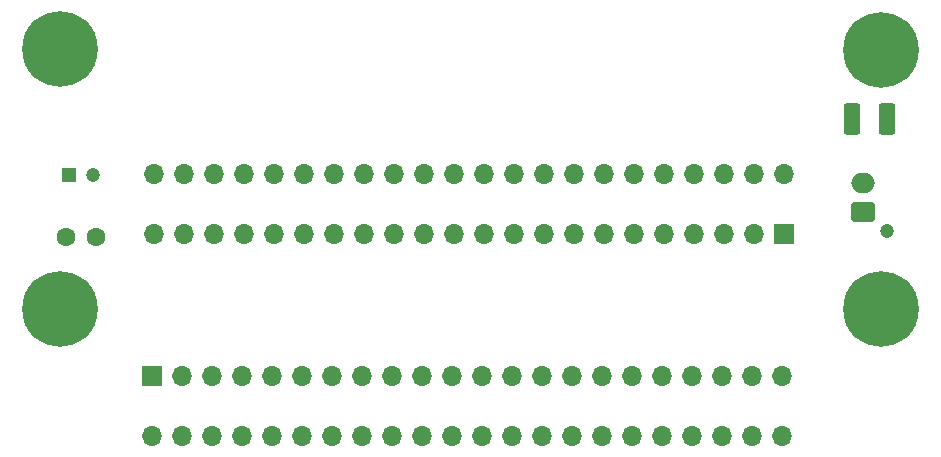
<source format=gbr>
G04 #@! TF.GenerationSoftware,KiCad,Pcbnew,(7.0.0-0)*
G04 #@! TF.CreationDate,2023-03-11T20:56:30+00:00*
G04 #@! TF.ProjectId,EXT80A,45585438-3041-42e6-9b69-6361645f7063,rev?*
G04 #@! TF.SameCoordinates,Original*
G04 #@! TF.FileFunction,Soldermask,Top*
G04 #@! TF.FilePolarity,Negative*
%FSLAX46Y46*%
G04 Gerber Fmt 4.6, Leading zero omitted, Abs format (unit mm)*
G04 Created by KiCad (PCBNEW (7.0.0-0)) date 2023-03-11 20:56:30*
%MOMM*%
%LPD*%
G01*
G04 APERTURE LIST*
G04 Aperture macros list*
%AMRoundRect*
0 Rectangle with rounded corners*
0 $1 Rounding radius*
0 $2 $3 $4 $5 $6 $7 $8 $9 X,Y pos of 4 corners*
0 Add a 4 corners polygon primitive as box body*
4,1,4,$2,$3,$4,$5,$6,$7,$8,$9,$2,$3,0*
0 Add four circle primitives for the rounded corners*
1,1,$1+$1,$2,$3*
1,1,$1+$1,$4,$5*
1,1,$1+$1,$6,$7*
1,1,$1+$1,$8,$9*
0 Add four rect primitives between the rounded corners*
20,1,$1+$1,$2,$3,$4,$5,0*
20,1,$1+$1,$4,$5,$6,$7,0*
20,1,$1+$1,$6,$7,$8,$9,0*
20,1,$1+$1,$8,$9,$2,$3,0*%
G04 Aperture macros list end*
%ADD10R,1.700000X1.700000*%
%ADD11O,1.700000X1.700000*%
%ADD12R,1.200000X1.200000*%
%ADD13C,1.200000*%
%ADD14RoundRect,0.250000X0.750000X-0.600000X0.750000X0.600000X-0.750000X0.600000X-0.750000X-0.600000X0*%
%ADD15O,2.000000X1.700000*%
%ADD16C,0.800000*%
%ADD17C,6.400000*%
%ADD18RoundRect,0.250001X-0.462499X-1.074999X0.462499X-1.074999X0.462499X1.074999X-0.462499X1.074999X0*%
%ADD19C,1.600000*%
G04 APERTURE END LIST*
D10*
X135499999Y-103499999D03*
D11*
X135499999Y-108579999D03*
X138039999Y-103499999D03*
X138039999Y-108579999D03*
X140579999Y-103499999D03*
X140579999Y-108579999D03*
X143119999Y-103499999D03*
X143119999Y-108579999D03*
X145659999Y-103499999D03*
X145659999Y-108579999D03*
X148199999Y-103499999D03*
X148199999Y-108579999D03*
X150739999Y-103499999D03*
X150739999Y-108579999D03*
X153279999Y-103499999D03*
X153279999Y-108579999D03*
X155819999Y-103499999D03*
X155819999Y-108579999D03*
X158359999Y-103499999D03*
X158359999Y-108579999D03*
X160899999Y-103499999D03*
X160899999Y-108579999D03*
X163439999Y-103499999D03*
X163439999Y-108579999D03*
X165979999Y-103499999D03*
X165979999Y-108579999D03*
X168519999Y-103499999D03*
X168519999Y-108579999D03*
X171059999Y-103499999D03*
X171059999Y-108579999D03*
X173599999Y-103499999D03*
X173599999Y-108579999D03*
X176139999Y-103499999D03*
X176139999Y-108579999D03*
X178679999Y-103499999D03*
X178679999Y-108579999D03*
X181219999Y-103499999D03*
X181219999Y-108579999D03*
X183759999Y-103499999D03*
X183759999Y-108579999D03*
X186299999Y-103499999D03*
X186299999Y-108579999D03*
X188839999Y-103499999D03*
X188839999Y-108579999D03*
D10*
X189059999Y-91499999D03*
D11*
X189059999Y-86419999D03*
X186519999Y-91499999D03*
X186519999Y-86419999D03*
X183979999Y-91499999D03*
X183979999Y-86419999D03*
X181439999Y-91499999D03*
X181439999Y-86419999D03*
X178899999Y-91499999D03*
X178899999Y-86419999D03*
X176359999Y-91499999D03*
X176359999Y-86419999D03*
X173819999Y-91499999D03*
X173819999Y-86419999D03*
X171279999Y-91499999D03*
X171279999Y-86419999D03*
X168739999Y-91499999D03*
X168739999Y-86419999D03*
X166199999Y-91499999D03*
X166199999Y-86419999D03*
X163659999Y-91499999D03*
X163659999Y-86419999D03*
X161119999Y-91499999D03*
X161119999Y-86419999D03*
X158579999Y-91499999D03*
X158579999Y-86419999D03*
X156039999Y-91499999D03*
X156039999Y-86419999D03*
X153499999Y-91499999D03*
X153499999Y-86419999D03*
X150959999Y-91499999D03*
X150959999Y-86419999D03*
X148419999Y-91499999D03*
X148419999Y-86419999D03*
X145879999Y-91499999D03*
X145879999Y-86419999D03*
X143339999Y-91499999D03*
X143339999Y-86419999D03*
X140799999Y-91499999D03*
X140799999Y-86419999D03*
X138259999Y-91499999D03*
X138259999Y-86419999D03*
X135719999Y-91499999D03*
X135719999Y-86419999D03*
D12*
X128499999Y-86499999D03*
D13*
X130500000Y-86500000D03*
X197725000Y-91250000D03*
D14*
X195725000Y-89650000D03*
D15*
X195724999Y-87149999D03*
D16*
X194850000Y-97850000D03*
X195552944Y-96152944D03*
X195552944Y-99547056D03*
X197250000Y-95450000D03*
D17*
X197250000Y-97850000D03*
D16*
X197250000Y-100250000D03*
X198947056Y-96152944D03*
X198947056Y-99547056D03*
X199650000Y-97850000D03*
X125350000Y-75802900D03*
X126052944Y-74105844D03*
X126052944Y-77499956D03*
X127750000Y-73402900D03*
D17*
X127750000Y-75802900D03*
D16*
X127750000Y-78202900D03*
X129447056Y-74105844D03*
X129447056Y-77499956D03*
X130150000Y-75802900D03*
X194850000Y-75850000D03*
X195552944Y-74152944D03*
X195552944Y-77547056D03*
X197250000Y-73450000D03*
D17*
X197250000Y-75850000D03*
D16*
X197250000Y-78250000D03*
X198947056Y-74152944D03*
X198947056Y-77547056D03*
X199650000Y-75850000D03*
D18*
X194762500Y-81750000D03*
X197737500Y-81750000D03*
D16*
X125350000Y-97850000D03*
X126052944Y-96152944D03*
X126052944Y-99547056D03*
X127750000Y-95450000D03*
D17*
X127750000Y-97850000D03*
D16*
X127750000Y-100250000D03*
X129447056Y-96152944D03*
X129447056Y-99547056D03*
X130150000Y-97850000D03*
D19*
X128250000Y-91750000D03*
X130750000Y-91750000D03*
M02*

</source>
